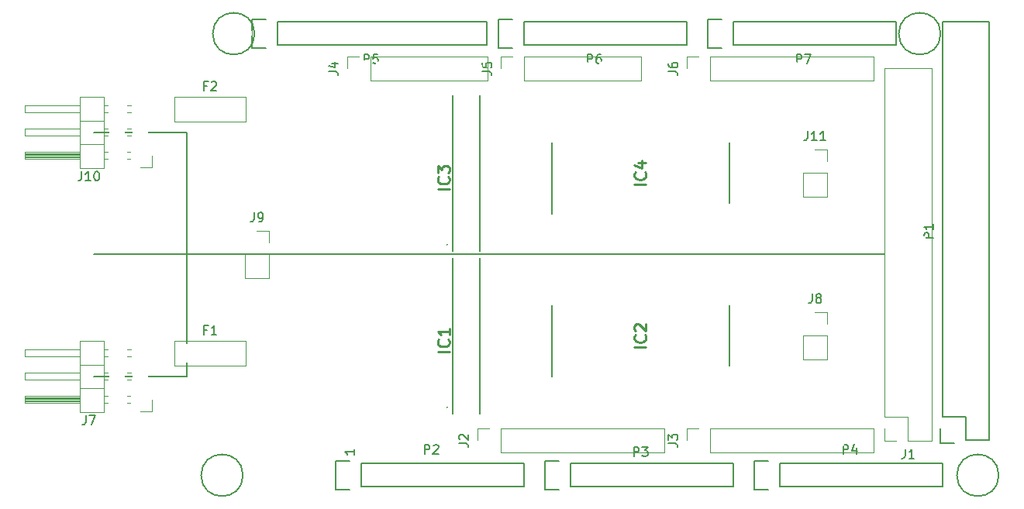
<source format=gto>
G04 #@! TF.GenerationSoftware,KiCad,Pcbnew,(5.1.2-1)-1*
G04 #@! TF.CreationDate,2019-07-30T03:11:21+09:00*
G04 #@! TF.ProjectId,powerpack-shield,706f7765-7270-4616-936b-2d736869656c,rev?*
G04 #@! TF.SameCoordinates,PX6296c50PY74079d0*
G04 #@! TF.FileFunction,Legend,Top*
G04 #@! TF.FilePolarity,Positive*
%FSLAX46Y46*%
G04 Gerber Fmt 4.6, Leading zero omitted, Abs format (unit mm)*
G04 Created by KiCad (PCBNEW (5.1.2-1)-1) date 2019-07-30 03:11:21*
%MOMM*%
%LPD*%
G04 APERTURE LIST*
%ADD10C,0.150000*%
%ADD11C,0.120000*%
%ADD12C,0.200000*%
%ADD13C,0.254000*%
%ADD14C,1.727200*%
%ADD15O,1.727200X1.727200*%
%ADD16O,1.727200X2.032000*%
%ADD17C,4.064000*%
%ADD18R,1.700000X1.700000*%
%ADD19O,1.700000X1.700000*%
%ADD20C,2.000000*%
%ADD21C,1.900000*%
%ADD22R,1.200000X1.200000*%
%ADD23C,1.200000*%
G04 APERTURE END LIST*
D10*
X0Y13335000D02*
X10160000Y13335000D01*
X0Y40005000D02*
X10160000Y40005000D01*
X10160000Y40005000D02*
X10160000Y13335000D01*
X0Y26670000D02*
X86360000Y26670000D01*
X2540000Y26670000D02*
X9398000Y26670000D01*
X0Y26670000D02*
X2540000Y26670000D01*
X28392380Y5365715D02*
X28392380Y4794286D01*
X28392380Y5080000D02*
X27392380Y5080000D01*
X27535238Y4984762D01*
X27630476Y4889524D01*
X27678095Y4794286D01*
X97790000Y6350000D02*
X97790000Y52070000D01*
X92710000Y52070000D02*
X92710000Y8890000D01*
X97790000Y52070000D02*
X92710000Y52070000D01*
X97790000Y6350000D02*
X95250000Y6350000D01*
X92430000Y7620000D02*
X92430000Y6070000D01*
X95250000Y6350000D02*
X95250000Y8890000D01*
X95250000Y8890000D02*
X92710000Y8890000D01*
X92430000Y6070000D02*
X93980000Y6070000D01*
X29210000Y1270000D02*
X46990000Y1270000D01*
X46990000Y1270000D02*
X46990000Y3810000D01*
X46990000Y3810000D02*
X29210000Y3810000D01*
X26390000Y990000D02*
X27940000Y990000D01*
X29210000Y1270000D02*
X29210000Y3810000D01*
X27940000Y4090000D02*
X26390000Y4090000D01*
X26390000Y4090000D02*
X26390000Y990000D01*
X52070000Y1270000D02*
X69850000Y1270000D01*
X69850000Y1270000D02*
X69850000Y3810000D01*
X69850000Y3810000D02*
X52070000Y3810000D01*
X49250000Y990000D02*
X50800000Y990000D01*
X52070000Y1270000D02*
X52070000Y3810000D01*
X50800000Y4090000D02*
X49250000Y4090000D01*
X49250000Y4090000D02*
X49250000Y990000D01*
X74930000Y1270000D02*
X92710000Y1270000D01*
X92710000Y1270000D02*
X92710000Y3810000D01*
X92710000Y3810000D02*
X74930000Y3810000D01*
X72110000Y990000D02*
X73660000Y990000D01*
X74930000Y1270000D02*
X74930000Y3810000D01*
X73660000Y4090000D02*
X72110000Y4090000D01*
X72110000Y4090000D02*
X72110000Y990000D01*
X20066000Y49530000D02*
X42926000Y49530000D01*
X42926000Y49530000D02*
X42926000Y52070000D01*
X42926000Y52070000D02*
X20066000Y52070000D01*
X17246000Y49250000D02*
X18796000Y49250000D01*
X20066000Y49530000D02*
X20066000Y52070000D01*
X18796000Y52350000D02*
X17246000Y52350000D01*
X17246000Y52350000D02*
X17246000Y49250000D01*
X46990000Y49530000D02*
X64770000Y49530000D01*
X64770000Y49530000D02*
X64770000Y52070000D01*
X64770000Y52070000D02*
X46990000Y52070000D01*
X44170000Y49250000D02*
X45720000Y49250000D01*
X46990000Y49530000D02*
X46990000Y52070000D01*
X45720000Y52350000D02*
X44170000Y52350000D01*
X44170000Y52350000D02*
X44170000Y49250000D01*
X69850000Y49530000D02*
X87630000Y49530000D01*
X87630000Y49530000D02*
X87630000Y52070000D01*
X87630000Y52070000D02*
X69850000Y52070000D01*
X67030000Y49250000D02*
X68580000Y49250000D01*
X69850000Y49530000D02*
X69850000Y52070000D01*
X68580000Y52350000D02*
X67030000Y52350000D01*
X67030000Y52350000D02*
X67030000Y49250000D01*
X16256000Y2540000D02*
G75*
G03X16256000Y2540000I-2286000J0D01*
G01*
X98806000Y2540000D02*
G75*
G03X98806000Y2540000I-2286000J0D01*
G01*
X17526000Y50800000D02*
G75*
G03X17526000Y50800000I-2286000J0D01*
G01*
X92456000Y50800000D02*
G75*
G03X92456000Y50800000I-2286000J0D01*
G01*
D11*
X91500000Y6290000D02*
X88900000Y6290000D01*
X91500000Y6290000D02*
X91500000Y47050000D01*
X91500000Y47050000D02*
X86300000Y47050000D01*
X86300000Y8890000D02*
X86300000Y47050000D01*
X88900000Y8890000D02*
X86300000Y8890000D01*
X88900000Y6290000D02*
X88900000Y8890000D01*
X86300000Y6290000D02*
X86300000Y7620000D01*
X87630000Y6290000D02*
X86300000Y6290000D01*
X44450000Y5020000D02*
X44450000Y7680000D01*
X44450000Y5020000D02*
X62290000Y5020000D01*
X62290000Y5020000D02*
X62290000Y7680000D01*
X44450000Y7680000D02*
X62290000Y7680000D01*
X41850000Y7680000D02*
X43180000Y7680000D01*
X41850000Y6350000D02*
X41850000Y7680000D01*
X64710000Y6350000D02*
X64710000Y7680000D01*
X64710000Y7680000D02*
X66040000Y7680000D01*
X67310000Y7680000D02*
X85150000Y7680000D01*
X85150000Y5020000D02*
X85150000Y7680000D01*
X67310000Y5020000D02*
X85150000Y5020000D01*
X67310000Y5020000D02*
X67310000Y7680000D01*
X67310000Y45660000D02*
X67310000Y48320000D01*
X67310000Y45660000D02*
X85150000Y45660000D01*
X85150000Y45660000D02*
X85150000Y48320000D01*
X67310000Y48320000D02*
X85150000Y48320000D01*
X64710000Y48320000D02*
X66040000Y48320000D01*
X64710000Y46990000D02*
X64710000Y48320000D01*
X30226000Y45660000D02*
X30226000Y48320000D01*
X30226000Y45660000D02*
X42986000Y45660000D01*
X42986000Y45660000D02*
X42986000Y48320000D01*
X30226000Y48320000D02*
X42986000Y48320000D01*
X27626000Y48320000D02*
X28956000Y48320000D01*
X27626000Y46990000D02*
X27626000Y48320000D01*
X44390000Y46990000D02*
X44390000Y48320000D01*
X44390000Y48320000D02*
X45720000Y48320000D01*
X46990000Y48320000D02*
X59750000Y48320000D01*
X59750000Y45660000D02*
X59750000Y48320000D01*
X46990000Y45660000D02*
X59750000Y45660000D01*
X46990000Y45660000D02*
X46990000Y48320000D01*
X8790000Y17245000D02*
X16530000Y17245000D01*
X8790000Y14505000D02*
X16530000Y14505000D01*
X8790000Y17245000D02*
X8790000Y14505000D01*
X16530000Y17245000D02*
X16530000Y14505000D01*
D12*
X38552000Y9965000D02*
G75*
G03X38552000Y9965000I-53000J0D01*
G01*
X42140000Y26280000D02*
X42140000Y9280000D01*
X39140000Y9280000D02*
X39140000Y26280000D01*
X49965000Y13370000D02*
X49965000Y21080000D01*
X69415000Y14480000D02*
X69415000Y21080000D01*
D11*
X1100000Y9465000D02*
X1100000Y17205000D01*
X1100000Y17205000D02*
X-1560000Y17205000D01*
X-1560000Y17205000D02*
X-1560000Y9465000D01*
X-1560000Y9465000D02*
X1100000Y9465000D01*
X-1560000Y10415000D02*
X-7560000Y10415000D01*
X-7560000Y10415000D02*
X-7560000Y11175000D01*
X-7560000Y11175000D02*
X-1560000Y11175000D01*
X-1560000Y10475000D02*
X-7560000Y10475000D01*
X-1560000Y10595000D02*
X-7560000Y10595000D01*
X-1560000Y10715000D02*
X-7560000Y10715000D01*
X-1560000Y10835000D02*
X-7560000Y10835000D01*
X-1560000Y10955000D02*
X-7560000Y10955000D01*
X-1560000Y11075000D02*
X-7560000Y11075000D01*
X1497071Y10415000D02*
X1100000Y10415000D01*
X1497071Y11175000D02*
X1100000Y11175000D01*
X3970000Y10415000D02*
X3582929Y10415000D01*
X3970000Y11175000D02*
X3582929Y11175000D01*
X1100000Y12065000D02*
X-1560000Y12065000D01*
X-1560000Y12955000D02*
X-7560000Y12955000D01*
X-7560000Y12955000D02*
X-7560000Y13715000D01*
X-7560000Y13715000D02*
X-1560000Y13715000D01*
X1497071Y12955000D02*
X1100000Y12955000D01*
X1497071Y13715000D02*
X1100000Y13715000D01*
X4037071Y12955000D02*
X3582929Y12955000D01*
X4037071Y13715000D02*
X3582929Y13715000D01*
X1100000Y14605000D02*
X-1560000Y14605000D01*
X-1560000Y15495000D02*
X-7560000Y15495000D01*
X-7560000Y15495000D02*
X-7560000Y16255000D01*
X-7560000Y16255000D02*
X-1560000Y16255000D01*
X1497071Y15495000D02*
X1100000Y15495000D01*
X1497071Y16255000D02*
X1100000Y16255000D01*
X4037071Y15495000D02*
X3582929Y15495000D01*
X4037071Y16255000D02*
X3582929Y16255000D01*
X6350000Y10795000D02*
X6350000Y9525000D01*
X6350000Y9525000D02*
X5080000Y9525000D01*
X77410000Y17780000D02*
X80070000Y17780000D01*
X77410000Y17780000D02*
X77410000Y15180000D01*
X77410000Y15180000D02*
X80070000Y15180000D01*
X80070000Y17780000D02*
X80070000Y15180000D01*
X80070000Y20380000D02*
X80070000Y19050000D01*
X78740000Y20380000D02*
X80070000Y20380000D01*
X16450000Y26670000D02*
X19110000Y26670000D01*
X16450000Y26670000D02*
X16450000Y24070000D01*
X16450000Y24070000D02*
X19110000Y24070000D01*
X19110000Y26670000D02*
X19110000Y24070000D01*
X19110000Y29270000D02*
X19110000Y27940000D01*
X17780000Y29270000D02*
X19110000Y29270000D01*
X8790000Y43915000D02*
X16530000Y43915000D01*
X8790000Y41175000D02*
X16530000Y41175000D01*
X8790000Y43915000D02*
X8790000Y41175000D01*
X16530000Y43915000D02*
X16530000Y41175000D01*
D12*
X38552000Y27745000D02*
G75*
G03X38552000Y27745000I-53000J0D01*
G01*
X42140000Y44060000D02*
X42140000Y27060000D01*
X39140000Y27060000D02*
X39140000Y44060000D01*
X49965000Y31150000D02*
X49965000Y38860000D01*
X69415000Y32260000D02*
X69415000Y38860000D01*
D11*
X1100000Y36135000D02*
X1100000Y43875000D01*
X1100000Y43875000D02*
X-1560000Y43875000D01*
X-1560000Y43875000D02*
X-1560000Y36135000D01*
X-1560000Y36135000D02*
X1100000Y36135000D01*
X-1560000Y37085000D02*
X-7560000Y37085000D01*
X-7560000Y37085000D02*
X-7560000Y37845000D01*
X-7560000Y37845000D02*
X-1560000Y37845000D01*
X-1560000Y37145000D02*
X-7560000Y37145000D01*
X-1560000Y37265000D02*
X-7560000Y37265000D01*
X-1560000Y37385000D02*
X-7560000Y37385000D01*
X-1560000Y37505000D02*
X-7560000Y37505000D01*
X-1560000Y37625000D02*
X-7560000Y37625000D01*
X-1560000Y37745000D02*
X-7560000Y37745000D01*
X1497071Y37085000D02*
X1100000Y37085000D01*
X1497071Y37845000D02*
X1100000Y37845000D01*
X3970000Y37085000D02*
X3582929Y37085000D01*
X3970000Y37845000D02*
X3582929Y37845000D01*
X1100000Y38735000D02*
X-1560000Y38735000D01*
X-1560000Y39625000D02*
X-7560000Y39625000D01*
X-7560000Y39625000D02*
X-7560000Y40385000D01*
X-7560000Y40385000D02*
X-1560000Y40385000D01*
X1497071Y39625000D02*
X1100000Y39625000D01*
X1497071Y40385000D02*
X1100000Y40385000D01*
X4037071Y39625000D02*
X3582929Y39625000D01*
X4037071Y40385000D02*
X3582929Y40385000D01*
X1100000Y41275000D02*
X-1560000Y41275000D01*
X-1560000Y42165000D02*
X-7560000Y42165000D01*
X-7560000Y42165000D02*
X-7560000Y42925000D01*
X-7560000Y42925000D02*
X-1560000Y42925000D01*
X1497071Y42165000D02*
X1100000Y42165000D01*
X1497071Y42925000D02*
X1100000Y42925000D01*
X4037071Y42165000D02*
X3582929Y42165000D01*
X4037071Y42925000D02*
X3582929Y42925000D01*
X6350000Y37465000D02*
X6350000Y36195000D01*
X6350000Y36195000D02*
X5080000Y36195000D01*
X77410000Y35560000D02*
X80070000Y35560000D01*
X77410000Y35560000D02*
X77410000Y32960000D01*
X77410000Y32960000D02*
X80070000Y32960000D01*
X80070000Y35560000D02*
X80070000Y32960000D01*
X80070000Y38160000D02*
X80070000Y36830000D01*
X78740000Y38160000D02*
X80070000Y38160000D01*
D10*
X91638380Y28471905D02*
X90638380Y28471905D01*
X90638380Y28852858D01*
X90686000Y28948096D01*
X90733619Y28995715D01*
X90828857Y29043334D01*
X90971714Y29043334D01*
X91066952Y28995715D01*
X91114571Y28948096D01*
X91162190Y28852858D01*
X91162190Y28471905D01*
X91638380Y29995715D02*
X91638380Y29424286D01*
X91638380Y29710000D02*
X90638380Y29710000D01*
X90781238Y29614762D01*
X90876476Y29519524D01*
X90924095Y29424286D01*
X36091904Y4881620D02*
X36091904Y5881620D01*
X36472857Y5881620D01*
X36568095Y5834000D01*
X36615714Y5786381D01*
X36663333Y5691143D01*
X36663333Y5548286D01*
X36615714Y5453048D01*
X36568095Y5405429D01*
X36472857Y5357810D01*
X36091904Y5357810D01*
X37044285Y5786381D02*
X37091904Y5834000D01*
X37187142Y5881620D01*
X37425238Y5881620D01*
X37520476Y5834000D01*
X37568095Y5786381D01*
X37615714Y5691143D01*
X37615714Y5595905D01*
X37568095Y5453048D01*
X36996666Y4881620D01*
X37615714Y4881620D01*
X58951904Y4627620D02*
X58951904Y5627620D01*
X59332857Y5627620D01*
X59428095Y5580000D01*
X59475714Y5532381D01*
X59523333Y5437143D01*
X59523333Y5294286D01*
X59475714Y5199048D01*
X59428095Y5151429D01*
X59332857Y5103810D01*
X58951904Y5103810D01*
X59856666Y5627620D02*
X60475714Y5627620D01*
X60142380Y5246667D01*
X60285238Y5246667D01*
X60380476Y5199048D01*
X60428095Y5151429D01*
X60475714Y5056191D01*
X60475714Y4818096D01*
X60428095Y4722858D01*
X60380476Y4675239D01*
X60285238Y4627620D01*
X59999523Y4627620D01*
X59904285Y4675239D01*
X59856666Y4722858D01*
X81811904Y4881620D02*
X81811904Y5881620D01*
X82192857Y5881620D01*
X82288095Y5834000D01*
X82335714Y5786381D01*
X82383333Y5691143D01*
X82383333Y5548286D01*
X82335714Y5453048D01*
X82288095Y5405429D01*
X82192857Y5357810D01*
X81811904Y5357810D01*
X83240476Y5548286D02*
X83240476Y4881620D01*
X83002380Y5929239D02*
X82764285Y5214953D01*
X83383333Y5214953D01*
X29487904Y47553620D02*
X29487904Y48553620D01*
X29868857Y48553620D01*
X29964095Y48506000D01*
X30011714Y48458381D01*
X30059333Y48363143D01*
X30059333Y48220286D01*
X30011714Y48125048D01*
X29964095Y48077429D01*
X29868857Y48029810D01*
X29487904Y48029810D01*
X30964095Y48553620D02*
X30487904Y48553620D01*
X30440285Y48077429D01*
X30487904Y48125048D01*
X30583142Y48172667D01*
X30821238Y48172667D01*
X30916476Y48125048D01*
X30964095Y48077429D01*
X31011714Y47982191D01*
X31011714Y47744096D01*
X30964095Y47648858D01*
X30916476Y47601239D01*
X30821238Y47553620D01*
X30583142Y47553620D01*
X30487904Y47601239D01*
X30440285Y47648858D01*
X53871904Y47553620D02*
X53871904Y48553620D01*
X54252857Y48553620D01*
X54348095Y48506000D01*
X54395714Y48458381D01*
X54443333Y48363143D01*
X54443333Y48220286D01*
X54395714Y48125048D01*
X54348095Y48077429D01*
X54252857Y48029810D01*
X53871904Y48029810D01*
X55300476Y48553620D02*
X55110000Y48553620D01*
X55014761Y48506000D01*
X54967142Y48458381D01*
X54871904Y48315524D01*
X54824285Y48125048D01*
X54824285Y47744096D01*
X54871904Y47648858D01*
X54919523Y47601239D01*
X55014761Y47553620D01*
X55205238Y47553620D01*
X55300476Y47601239D01*
X55348095Y47648858D01*
X55395714Y47744096D01*
X55395714Y47982191D01*
X55348095Y48077429D01*
X55300476Y48125048D01*
X55205238Y48172667D01*
X55014761Y48172667D01*
X54919523Y48125048D01*
X54871904Y48077429D01*
X54824285Y47982191D01*
X76731904Y47553620D02*
X76731904Y48553620D01*
X77112857Y48553620D01*
X77208095Y48506000D01*
X77255714Y48458381D01*
X77303333Y48363143D01*
X77303333Y48220286D01*
X77255714Y48125048D01*
X77208095Y48077429D01*
X77112857Y48029810D01*
X76731904Y48029810D01*
X77636666Y48553620D02*
X78303333Y48553620D01*
X77874761Y47553620D01*
X88566666Y5397620D02*
X88566666Y4683334D01*
X88519047Y4540477D01*
X88423809Y4445239D01*
X88280952Y4397620D01*
X88185714Y4397620D01*
X89566666Y4397620D02*
X88995238Y4397620D01*
X89280952Y4397620D02*
X89280952Y5397620D01*
X89185714Y5254762D01*
X89090476Y5159524D01*
X88995238Y5111905D01*
X39862380Y6016667D02*
X40576666Y6016667D01*
X40719523Y5969048D01*
X40814761Y5873810D01*
X40862380Y5730953D01*
X40862380Y5635715D01*
X39957619Y6445239D02*
X39910000Y6492858D01*
X39862380Y6588096D01*
X39862380Y6826191D01*
X39910000Y6921429D01*
X39957619Y6969048D01*
X40052857Y7016667D01*
X40148095Y7016667D01*
X40290952Y6969048D01*
X40862380Y6397620D01*
X40862380Y7016667D01*
X62722380Y6016667D02*
X63436666Y6016667D01*
X63579523Y5969048D01*
X63674761Y5873810D01*
X63722380Y5730953D01*
X63722380Y5635715D01*
X62722380Y6397620D02*
X62722380Y7016667D01*
X63103333Y6683334D01*
X63103333Y6826191D01*
X63150952Y6921429D01*
X63198571Y6969048D01*
X63293809Y7016667D01*
X63531904Y7016667D01*
X63627142Y6969048D01*
X63674761Y6921429D01*
X63722380Y6826191D01*
X63722380Y6540477D01*
X63674761Y6445239D01*
X63627142Y6397620D01*
X62722380Y46656667D02*
X63436666Y46656667D01*
X63579523Y46609048D01*
X63674761Y46513810D01*
X63722380Y46370953D01*
X63722380Y46275715D01*
X62722380Y47561429D02*
X62722380Y47370953D01*
X62770000Y47275715D01*
X62817619Y47228096D01*
X62960476Y47132858D01*
X63150952Y47085239D01*
X63531904Y47085239D01*
X63627142Y47132858D01*
X63674761Y47180477D01*
X63722380Y47275715D01*
X63722380Y47466191D01*
X63674761Y47561429D01*
X63627142Y47609048D01*
X63531904Y47656667D01*
X63293809Y47656667D01*
X63198571Y47609048D01*
X63150952Y47561429D01*
X63103333Y47466191D01*
X63103333Y47275715D01*
X63150952Y47180477D01*
X63198571Y47132858D01*
X63293809Y47085239D01*
X25638380Y46656667D02*
X26352666Y46656667D01*
X26495523Y46609048D01*
X26590761Y46513810D01*
X26638380Y46370953D01*
X26638380Y46275715D01*
X25971714Y47561429D02*
X26638380Y47561429D01*
X25590761Y47323334D02*
X26305047Y47085239D01*
X26305047Y47704286D01*
X42402380Y46656667D02*
X43116666Y46656667D01*
X43259523Y46609048D01*
X43354761Y46513810D01*
X43402380Y46370953D01*
X43402380Y46275715D01*
X42402380Y47609048D02*
X42402380Y47132858D01*
X42878571Y47085239D01*
X42830952Y47132858D01*
X42783333Y47228096D01*
X42783333Y47466191D01*
X42830952Y47561429D01*
X42878571Y47609048D01*
X42973809Y47656667D01*
X43211904Y47656667D01*
X43307142Y47609048D01*
X43354761Y47561429D01*
X43402380Y47466191D01*
X43402380Y47228096D01*
X43354761Y47132858D01*
X43307142Y47085239D01*
X12326666Y18446429D02*
X11993333Y18446429D01*
X11993333Y17922620D02*
X11993333Y18922620D01*
X12469523Y18922620D01*
X13374285Y17922620D02*
X12802857Y17922620D01*
X13088571Y17922620D02*
X13088571Y18922620D01*
X12993333Y18779762D01*
X12898095Y18684524D01*
X12802857Y18636905D01*
D13*
X38798523Y16051239D02*
X37528523Y16051239D01*
X38677571Y17381715D02*
X38738047Y17321239D01*
X38798523Y17139810D01*
X38798523Y17018858D01*
X38738047Y16837429D01*
X38617095Y16716477D01*
X38496142Y16656000D01*
X38254238Y16595524D01*
X38072809Y16595524D01*
X37830904Y16656000D01*
X37709952Y16716477D01*
X37589000Y16837429D01*
X37528523Y17018858D01*
X37528523Y17139810D01*
X37589000Y17321239D01*
X37649476Y17381715D01*
X38798523Y18591239D02*
X38798523Y17865524D01*
X38798523Y18228381D02*
X37528523Y18228381D01*
X37709952Y18107429D01*
X37830904Y17986477D01*
X37891380Y17865524D01*
X60264523Y16540239D02*
X58994523Y16540239D01*
X60143571Y17870715D02*
X60204047Y17810239D01*
X60264523Y17628810D01*
X60264523Y17507858D01*
X60204047Y17326429D01*
X60083095Y17205477D01*
X59962142Y17145000D01*
X59720238Y17084524D01*
X59538809Y17084524D01*
X59296904Y17145000D01*
X59175952Y17205477D01*
X59055000Y17326429D01*
X58994523Y17507858D01*
X58994523Y17628810D01*
X59055000Y17810239D01*
X59115476Y17870715D01*
X59115476Y18354524D02*
X59055000Y18415000D01*
X58994523Y18535953D01*
X58994523Y18838334D01*
X59055000Y18959286D01*
X59115476Y19019762D01*
X59236428Y19080239D01*
X59357380Y19080239D01*
X59538809Y19019762D01*
X60264523Y18294048D01*
X60264523Y19080239D01*
D10*
X-908334Y9072620D02*
X-908334Y8358334D01*
X-955953Y8215477D01*
X-1051191Y8120239D01*
X-1194048Y8072620D01*
X-1289286Y8072620D01*
X-527381Y9072620D02*
X139285Y9072620D01*
X-289286Y8072620D01*
X78406666Y22367620D02*
X78406666Y21653334D01*
X78359047Y21510477D01*
X78263809Y21415239D01*
X78120952Y21367620D01*
X78025714Y21367620D01*
X79025714Y21939048D02*
X78930476Y21986667D01*
X78882857Y22034286D01*
X78835238Y22129524D01*
X78835238Y22177143D01*
X78882857Y22272381D01*
X78930476Y22320000D01*
X79025714Y22367620D01*
X79216190Y22367620D01*
X79311428Y22320000D01*
X79359047Y22272381D01*
X79406666Y22177143D01*
X79406666Y22129524D01*
X79359047Y22034286D01*
X79311428Y21986667D01*
X79216190Y21939048D01*
X79025714Y21939048D01*
X78930476Y21891429D01*
X78882857Y21843810D01*
X78835238Y21748572D01*
X78835238Y21558096D01*
X78882857Y21462858D01*
X78930476Y21415239D01*
X79025714Y21367620D01*
X79216190Y21367620D01*
X79311428Y21415239D01*
X79359047Y21462858D01*
X79406666Y21558096D01*
X79406666Y21748572D01*
X79359047Y21843810D01*
X79311428Y21891429D01*
X79216190Y21939048D01*
X17446666Y31257620D02*
X17446666Y30543334D01*
X17399047Y30400477D01*
X17303809Y30305239D01*
X17160952Y30257620D01*
X17065714Y30257620D01*
X17970476Y30257620D02*
X18160952Y30257620D01*
X18256190Y30305239D01*
X18303809Y30352858D01*
X18399047Y30495715D01*
X18446666Y30686191D01*
X18446666Y31067143D01*
X18399047Y31162381D01*
X18351428Y31210000D01*
X18256190Y31257620D01*
X18065714Y31257620D01*
X17970476Y31210000D01*
X17922857Y31162381D01*
X17875238Y31067143D01*
X17875238Y30829048D01*
X17922857Y30733810D01*
X17970476Y30686191D01*
X18065714Y30638572D01*
X18256190Y30638572D01*
X18351428Y30686191D01*
X18399047Y30733810D01*
X18446666Y30829048D01*
X12326666Y45116429D02*
X11993333Y45116429D01*
X11993333Y44592620D02*
X11993333Y45592620D01*
X12469523Y45592620D01*
X12802857Y45497381D02*
X12850476Y45545000D01*
X12945714Y45592620D01*
X13183809Y45592620D01*
X13279047Y45545000D01*
X13326666Y45497381D01*
X13374285Y45402143D01*
X13374285Y45306905D01*
X13326666Y45164048D01*
X12755238Y44592620D01*
X13374285Y44592620D01*
D13*
X38798523Y33831239D02*
X37528523Y33831239D01*
X38677571Y35161715D02*
X38738047Y35101239D01*
X38798523Y34919810D01*
X38798523Y34798858D01*
X38738047Y34617429D01*
X38617095Y34496477D01*
X38496142Y34436000D01*
X38254238Y34375524D01*
X38072809Y34375524D01*
X37830904Y34436000D01*
X37709952Y34496477D01*
X37589000Y34617429D01*
X37528523Y34798858D01*
X37528523Y34919810D01*
X37589000Y35101239D01*
X37649476Y35161715D01*
X37528523Y35585048D02*
X37528523Y36371239D01*
X38012333Y35947905D01*
X38012333Y36129334D01*
X38072809Y36250286D01*
X38133285Y36310762D01*
X38254238Y36371239D01*
X38556619Y36371239D01*
X38677571Y36310762D01*
X38738047Y36250286D01*
X38798523Y36129334D01*
X38798523Y35766477D01*
X38738047Y35645524D01*
X38677571Y35585048D01*
X60264523Y34320239D02*
X58994523Y34320239D01*
X60143571Y35650715D02*
X60204047Y35590239D01*
X60264523Y35408810D01*
X60264523Y35287858D01*
X60204047Y35106429D01*
X60083095Y34985477D01*
X59962142Y34925000D01*
X59720238Y34864524D01*
X59538809Y34864524D01*
X59296904Y34925000D01*
X59175952Y34985477D01*
X59055000Y35106429D01*
X58994523Y35287858D01*
X58994523Y35408810D01*
X59055000Y35590239D01*
X59115476Y35650715D01*
X59417857Y36739286D02*
X60264523Y36739286D01*
X58934047Y36436905D02*
X59841190Y36134524D01*
X59841190Y36920715D01*
D10*
X-1384524Y35742620D02*
X-1384524Y35028334D01*
X-1432143Y34885477D01*
X-1527381Y34790239D01*
X-1670239Y34742620D01*
X-1765477Y34742620D01*
X-384524Y34742620D02*
X-955953Y34742620D01*
X-670239Y34742620D02*
X-670239Y35742620D01*
X-765477Y35599762D01*
X-860715Y35504524D01*
X-955953Y35456905D01*
X234523Y35742620D02*
X329761Y35742620D01*
X425000Y35695000D01*
X472619Y35647381D01*
X520238Y35552143D01*
X567857Y35361667D01*
X567857Y35123572D01*
X520238Y34933096D01*
X472619Y34837858D01*
X425000Y34790239D01*
X329761Y34742620D01*
X234523Y34742620D01*
X139285Y34790239D01*
X91666Y34837858D01*
X44047Y34933096D01*
X-3572Y35123572D01*
X-3572Y35361667D01*
X44047Y35552143D01*
X91666Y35647381D01*
X139285Y35695000D01*
X234523Y35742620D01*
X77930476Y40147620D02*
X77930476Y39433334D01*
X77882857Y39290477D01*
X77787619Y39195239D01*
X77644761Y39147620D01*
X77549523Y39147620D01*
X78930476Y39147620D02*
X78359047Y39147620D01*
X78644761Y39147620D02*
X78644761Y40147620D01*
X78549523Y40004762D01*
X78454285Y39909524D01*
X78359047Y39861905D01*
X79882857Y39147620D02*
X79311428Y39147620D01*
X79597142Y39147620D02*
X79597142Y40147620D01*
X79501904Y40004762D01*
X79406666Y39909524D01*
X79311428Y39861905D01*
%LPC*%
D14*
X93980000Y7620000D03*
D15*
X96520000Y7620000D03*
X93980000Y10160000D03*
X96520000Y10160000D03*
X93980000Y12700000D03*
X96520000Y12700000D03*
X93980000Y15240000D03*
X96520000Y15240000D03*
X93980000Y17780000D03*
X96520000Y17780000D03*
X93980000Y20320000D03*
X96520000Y20320000D03*
X93980000Y22860000D03*
X96520000Y22860000D03*
X93980000Y25400000D03*
X96520000Y25400000D03*
X93980000Y27940000D03*
X96520000Y27940000D03*
X93980000Y30480000D03*
X96520000Y30480000D03*
X93980000Y33020000D03*
X96520000Y33020000D03*
X93980000Y35560000D03*
X96520000Y35560000D03*
X93980000Y38100000D03*
X96520000Y38100000D03*
X93980000Y40640000D03*
X96520000Y40640000D03*
X93980000Y43180000D03*
X96520000Y43180000D03*
X93980000Y45720000D03*
X96520000Y45720000D03*
X93980000Y48260000D03*
X96520000Y48260000D03*
X93980000Y50800000D03*
X96520000Y50800000D03*
D16*
X27940000Y2540000D03*
X30480000Y2540000D03*
X33020000Y2540000D03*
X35560000Y2540000D03*
X38100000Y2540000D03*
X40640000Y2540000D03*
X43180000Y2540000D03*
X45720000Y2540000D03*
X50800000Y2540000D03*
X53340000Y2540000D03*
X55880000Y2540000D03*
X58420000Y2540000D03*
X60960000Y2540000D03*
X63500000Y2540000D03*
X66040000Y2540000D03*
X68580000Y2540000D03*
X73660000Y2540000D03*
X76200000Y2540000D03*
X78740000Y2540000D03*
X81280000Y2540000D03*
X83820000Y2540000D03*
X86360000Y2540000D03*
X88900000Y2540000D03*
X91440000Y2540000D03*
X18796000Y50800000D03*
X21336000Y50800000D03*
X23876000Y50800000D03*
X26416000Y50800000D03*
X28956000Y50800000D03*
X31496000Y50800000D03*
X34036000Y50800000D03*
X36576000Y50800000D03*
X39116000Y50800000D03*
X41656000Y50800000D03*
X45720000Y50800000D03*
X48260000Y50800000D03*
X50800000Y50800000D03*
X53340000Y50800000D03*
X55880000Y50800000D03*
X58420000Y50800000D03*
X60960000Y50800000D03*
X63500000Y50800000D03*
X68580000Y50800000D03*
X71120000Y50800000D03*
X73660000Y50800000D03*
X76200000Y50800000D03*
X78740000Y50800000D03*
X81280000Y50800000D03*
X83820000Y50800000D03*
X86360000Y50800000D03*
D17*
X13970000Y2540000D03*
X96520000Y2540000D03*
X15240000Y50800000D03*
X90170000Y50800000D03*
D18*
X87630000Y7620000D03*
D19*
X90170000Y7620000D03*
X87630000Y10160000D03*
X90170000Y10160000D03*
X87630000Y12700000D03*
X90170000Y12700000D03*
X87630000Y15240000D03*
X90170000Y15240000D03*
X87630000Y17780000D03*
X90170000Y17780000D03*
X87630000Y20320000D03*
X90170000Y20320000D03*
X87630000Y22860000D03*
X90170000Y22860000D03*
X87630000Y25400000D03*
X90170000Y25400000D03*
X87630000Y27940000D03*
X90170000Y27940000D03*
X87630000Y30480000D03*
X90170000Y30480000D03*
X87630000Y33020000D03*
X90170000Y33020000D03*
X87630000Y35560000D03*
X90170000Y35560000D03*
X87630000Y38100000D03*
X90170000Y38100000D03*
X87630000Y40640000D03*
X90170000Y40640000D03*
X87630000Y43180000D03*
X90170000Y43180000D03*
X87630000Y45720000D03*
X90170000Y45720000D03*
D18*
X43180000Y6350000D03*
D19*
X45720000Y6350000D03*
X48260000Y6350000D03*
X50800000Y6350000D03*
X53340000Y6350000D03*
X55880000Y6350000D03*
X58420000Y6350000D03*
X60960000Y6350000D03*
X83820000Y6350000D03*
X81280000Y6350000D03*
X78740000Y6350000D03*
X76200000Y6350000D03*
X73660000Y6350000D03*
X71120000Y6350000D03*
X68580000Y6350000D03*
D18*
X66040000Y6350000D03*
X66040000Y46990000D03*
D19*
X68580000Y46990000D03*
X71120000Y46990000D03*
X73660000Y46990000D03*
X76200000Y46990000D03*
X78740000Y46990000D03*
X81280000Y46990000D03*
X83820000Y46990000D03*
D18*
X28956000Y46990000D03*
D19*
X31496000Y46990000D03*
X34036000Y46990000D03*
X36576000Y46990000D03*
X39116000Y46990000D03*
X41656000Y46990000D03*
X58420000Y46990000D03*
X55880000Y46990000D03*
X53340000Y46990000D03*
X50800000Y46990000D03*
X48260000Y46990000D03*
D18*
X45720000Y46990000D03*
D20*
X10160000Y15875000D03*
X15160000Y15875000D03*
D21*
X40640000Y25400000D03*
X40640000Y22860000D03*
X40640000Y20320000D03*
X40640000Y17780000D03*
X40640000Y15240000D03*
X40640000Y12700000D03*
X40640000Y10160000D03*
D22*
X50800000Y13970000D03*
D23*
X53340000Y13970000D03*
X55880000Y13970000D03*
X58420000Y13970000D03*
X60960000Y13970000D03*
X63500000Y13970000D03*
X66040000Y13970000D03*
X68580000Y13970000D03*
X68580000Y21590000D03*
X66040000Y21590000D03*
X63500000Y21590000D03*
X60960000Y21590000D03*
X58420000Y21590000D03*
X55880000Y21590000D03*
X53340000Y21590000D03*
X50800000Y21590000D03*
D18*
X5080000Y10795000D03*
D19*
X2540000Y10795000D03*
X5080000Y13335000D03*
X2540000Y13335000D03*
X5080000Y15875000D03*
X2540000Y15875000D03*
D18*
X78740000Y19050000D03*
D19*
X78740000Y16510000D03*
D18*
X17780000Y27940000D03*
D19*
X17780000Y25400000D03*
D20*
X10160000Y42545000D03*
X15160000Y42545000D03*
D21*
X40640000Y43180000D03*
X40640000Y40640000D03*
X40640000Y38100000D03*
X40640000Y35560000D03*
X40640000Y33020000D03*
X40640000Y30480000D03*
X40640000Y27940000D03*
D22*
X50800000Y31750000D03*
D23*
X53340000Y31750000D03*
X55880000Y31750000D03*
X58420000Y31750000D03*
X60960000Y31750000D03*
X63500000Y31750000D03*
X66040000Y31750000D03*
X68580000Y31750000D03*
X68580000Y39370000D03*
X66040000Y39370000D03*
X63500000Y39370000D03*
X60960000Y39370000D03*
X58420000Y39370000D03*
X55880000Y39370000D03*
X53340000Y39370000D03*
X50800000Y39370000D03*
D18*
X5080000Y37465000D03*
D19*
X2540000Y37465000D03*
X5080000Y40005000D03*
X2540000Y40005000D03*
X5080000Y42545000D03*
X2540000Y42545000D03*
D18*
X78740000Y36830000D03*
D19*
X78740000Y34290000D03*
M02*

</source>
